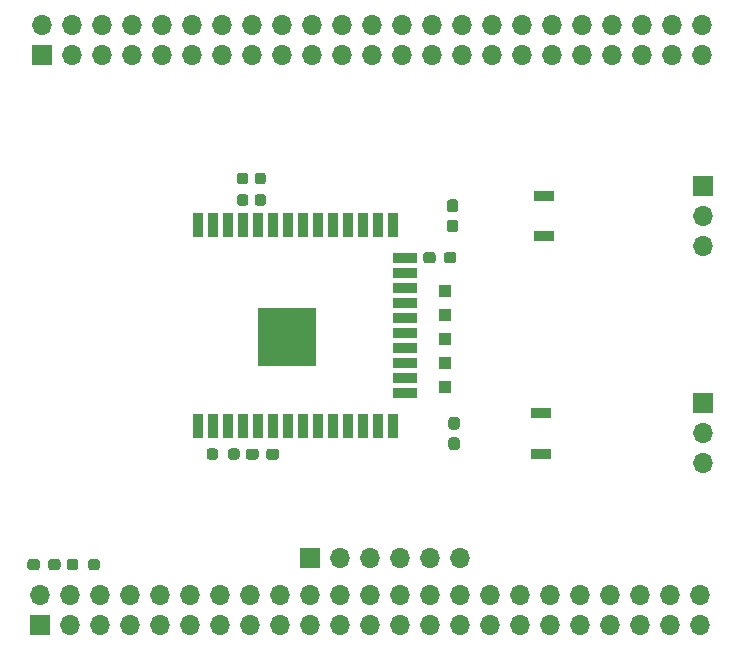
<source format=gbr>
%TF.GenerationSoftware,KiCad,Pcbnew,(5.1.12)-1*%
%TF.CreationDate,2023-08-18T20:52:49-06:00*%
%TF.ProjectId,X,582e6b69-6361-4645-9f70-636258585858,rev?*%
%TF.SameCoordinates,Original*%
%TF.FileFunction,Soldermask,Top*%
%TF.FilePolarity,Negative*%
%FSLAX46Y46*%
G04 Gerber Fmt 4.6, Leading zero omitted, Abs format (unit mm)*
G04 Created by KiCad (PCBNEW (5.1.12)-1) date 2023-08-18 20:52:49*
%MOMM*%
%LPD*%
G01*
G04 APERTURE LIST*
%ADD10R,1.000000X1.000000*%
%ADD11R,5.000000X5.000000*%
%ADD12R,0.900000X2.000000*%
%ADD13R,2.000000X0.900000*%
%ADD14O,1.700000X1.700000*%
%ADD15R,1.700000X1.700000*%
%ADD16R,1.700000X0.900000*%
G04 APERTURE END LIST*
D10*
%TO.C,TP5*%
X155448000Y-107950000D03*
%TD*%
%TO.C,TP4*%
X155448000Y-109982000D03*
%TD*%
%TO.C,TP3*%
X155448000Y-105918000D03*
%TD*%
%TO.C,TP2*%
X155448000Y-103886000D03*
%TD*%
%TO.C,TP1*%
X155448000Y-101854000D03*
%TD*%
D11*
%TO.C,U1*%
X142069200Y-105749600D03*
D12*
X134569200Y-113249600D03*
X135839200Y-113249600D03*
X137109200Y-113249600D03*
X138379200Y-113249600D03*
X139649200Y-113249600D03*
X140919200Y-113249600D03*
X142189200Y-113249600D03*
X143459200Y-113249600D03*
X144729200Y-113249600D03*
X145999200Y-113249600D03*
X147269200Y-113249600D03*
X148539200Y-113249600D03*
X149809200Y-113249600D03*
X151079200Y-113249600D03*
D13*
X152079200Y-110464600D03*
X152079200Y-109194600D03*
X152079200Y-107924600D03*
X152079200Y-106654600D03*
X152079200Y-105384600D03*
X152079200Y-104114600D03*
X152079200Y-102844600D03*
X152079200Y-101574600D03*
X152079200Y-100304600D03*
X152079200Y-99034600D03*
D12*
X151079200Y-96249600D03*
X149809200Y-96249600D03*
X148539200Y-96249600D03*
X147269200Y-96249600D03*
X145999200Y-96249600D03*
X144729200Y-96249600D03*
X143459200Y-96249600D03*
X142189200Y-96249600D03*
X140919200Y-96249600D03*
X139649200Y-96249600D03*
X138379200Y-96249600D03*
X137109200Y-96249600D03*
X135839200Y-96249600D03*
X134569200Y-96249600D03*
%TD*%
D14*
%TO.C,J3*%
X156692600Y-124460000D03*
X154152600Y-124460000D03*
X151612600Y-124460000D03*
X149072600Y-124460000D03*
X146532600Y-124460000D03*
D15*
X143992600Y-124460000D03*
%TD*%
D14*
%TO.C,J6*%
X121158000Y-127635000D03*
X146558000Y-130175000D03*
X151638000Y-127635000D03*
X136398000Y-130175000D03*
X154178000Y-130175000D03*
X156718000Y-130175000D03*
X159258000Y-127635000D03*
D15*
X121158000Y-130175000D03*
D14*
X138938000Y-130175000D03*
X166878000Y-130175000D03*
X166878000Y-127635000D03*
X169418000Y-130175000D03*
X169418000Y-127635000D03*
X171958000Y-127635000D03*
X171958000Y-130175000D03*
X174498000Y-130175000D03*
X133858000Y-127635000D03*
X149098000Y-130175000D03*
X164338000Y-127635000D03*
X174498000Y-127635000D03*
X177038000Y-130175000D03*
X177038000Y-127635000D03*
X138938000Y-127635000D03*
X141478000Y-130175000D03*
X126238000Y-127635000D03*
X133858000Y-130175000D03*
X123698000Y-127635000D03*
X128778000Y-130175000D03*
X131318000Y-130175000D03*
X131318000Y-127635000D03*
X144018000Y-127635000D03*
X146558000Y-127635000D03*
X149098000Y-127635000D03*
X154178000Y-127635000D03*
X126238000Y-130175000D03*
X156718000Y-127635000D03*
X141478000Y-127635000D03*
X151638000Y-130175000D03*
X123698000Y-130175000D03*
X136398000Y-127635000D03*
X128778000Y-127635000D03*
X144018000Y-130175000D03*
X159258000Y-130175000D03*
X161798000Y-127635000D03*
X164338000Y-130175000D03*
X161798000Y-130175000D03*
%TD*%
%TO.C,J2*%
X121285000Y-79375000D03*
X146685000Y-81915000D03*
X151765000Y-79375000D03*
X136525000Y-81915000D03*
X154305000Y-81915000D03*
X156845000Y-81915000D03*
X159385000Y-79375000D03*
D15*
X121285000Y-81915000D03*
D14*
X139065000Y-81915000D03*
X167005000Y-81915000D03*
X167005000Y-79375000D03*
X169545000Y-81915000D03*
X169545000Y-79375000D03*
X172085000Y-79375000D03*
X172085000Y-81915000D03*
X174625000Y-81915000D03*
X133985000Y-79375000D03*
X149225000Y-81915000D03*
X164465000Y-79375000D03*
X174625000Y-79375000D03*
X177165000Y-81915000D03*
X177165000Y-79375000D03*
X139065000Y-79375000D03*
X141605000Y-81915000D03*
X126365000Y-79375000D03*
X133985000Y-81915000D03*
X123825000Y-79375000D03*
X128905000Y-81915000D03*
X131445000Y-81915000D03*
X131445000Y-79375000D03*
X144145000Y-79375000D03*
X146685000Y-79375000D03*
X149225000Y-79375000D03*
X154305000Y-79375000D03*
X126365000Y-81915000D03*
X156845000Y-79375000D03*
X141605000Y-79375000D03*
X151765000Y-81915000D03*
X123825000Y-81915000D03*
X136525000Y-79375000D03*
X128905000Y-79375000D03*
X144145000Y-81915000D03*
X159385000Y-81915000D03*
X161925000Y-79375000D03*
X164465000Y-81915000D03*
X161925000Y-81915000D03*
%TD*%
%TO.C,C1*%
G36*
G01*
X156447500Y-115319000D02*
X155972500Y-115319000D01*
G75*
G02*
X155735000Y-115081500I0J237500D01*
G01*
X155735000Y-114481500D01*
G75*
G02*
X155972500Y-114244000I237500J0D01*
G01*
X156447500Y-114244000D01*
G75*
G02*
X156685000Y-114481500I0J-237500D01*
G01*
X156685000Y-115081500D01*
G75*
G02*
X156447500Y-115319000I-237500J0D01*
G01*
G37*
G36*
G01*
X156447500Y-113594000D02*
X155972500Y-113594000D01*
G75*
G02*
X155735000Y-113356500I0J237500D01*
G01*
X155735000Y-112756500D01*
G75*
G02*
X155972500Y-112519000I237500J0D01*
G01*
X156447500Y-112519000D01*
G75*
G02*
X156685000Y-112756500I0J-237500D01*
G01*
X156685000Y-113356500D01*
G75*
G02*
X156447500Y-113594000I-237500J0D01*
G01*
G37*
%TD*%
%TO.C,C2*%
G36*
G01*
X140304400Y-115909100D02*
X140304400Y-115434100D01*
G75*
G02*
X140541900Y-115196600I237500J0D01*
G01*
X141141900Y-115196600D01*
G75*
G02*
X141379400Y-115434100I0J-237500D01*
G01*
X141379400Y-115909100D01*
G75*
G02*
X141141900Y-116146600I-237500J0D01*
G01*
X140541900Y-116146600D01*
G75*
G02*
X140304400Y-115909100I0J237500D01*
G01*
G37*
G36*
G01*
X138579400Y-115909100D02*
X138579400Y-115434100D01*
G75*
G02*
X138816900Y-115196600I237500J0D01*
G01*
X139416900Y-115196600D01*
G75*
G02*
X139654400Y-115434100I0J-237500D01*
G01*
X139654400Y-115909100D01*
G75*
G02*
X139416900Y-116146600I-237500J0D01*
G01*
X138816900Y-116146600D01*
G75*
G02*
X138579400Y-115909100I0J237500D01*
G01*
G37*
%TD*%
%TO.C,C5*%
G36*
G01*
X156320500Y-96904000D02*
X155845500Y-96904000D01*
G75*
G02*
X155608000Y-96666500I0J237500D01*
G01*
X155608000Y-96066500D01*
G75*
G02*
X155845500Y-95829000I237500J0D01*
G01*
X156320500Y-95829000D01*
G75*
G02*
X156558000Y-96066500I0J-237500D01*
G01*
X156558000Y-96666500D01*
G75*
G02*
X156320500Y-96904000I-237500J0D01*
G01*
G37*
G36*
G01*
X156320500Y-95179000D02*
X155845500Y-95179000D01*
G75*
G02*
X155608000Y-94941500I0J237500D01*
G01*
X155608000Y-94341500D01*
G75*
G02*
X155845500Y-94104000I237500J0D01*
G01*
X156320500Y-94104000D01*
G75*
G02*
X156558000Y-94341500I0J-237500D01*
G01*
X156558000Y-94941500D01*
G75*
G02*
X156320500Y-95179000I-237500J0D01*
G01*
G37*
%TD*%
%TO.C,J4*%
X177292000Y-98044000D03*
X177292000Y-95504000D03*
D15*
X177292000Y-92964000D03*
%TD*%
%TO.C,J5*%
X177292000Y-111379000D03*
D14*
X177292000Y-113919000D03*
X177292000Y-116459000D03*
%TD*%
%TO.C,R1*%
G36*
G01*
X135252000Y-115901499D02*
X135252000Y-115426499D01*
G75*
G02*
X135489500Y-115188999I237500J0D01*
G01*
X135989500Y-115188999D01*
G75*
G02*
X136227000Y-115426499I0J-237500D01*
G01*
X136227000Y-115901499D01*
G75*
G02*
X135989500Y-116138999I-237500J0D01*
G01*
X135489500Y-116138999D01*
G75*
G02*
X135252000Y-115901499I0J237500D01*
G01*
G37*
G36*
G01*
X137077000Y-115901499D02*
X137077000Y-115426499D01*
G75*
G02*
X137314500Y-115188999I237500J0D01*
G01*
X137814500Y-115188999D01*
G75*
G02*
X138052000Y-115426499I0J-237500D01*
G01*
X138052000Y-115901499D01*
G75*
G02*
X137814500Y-116138999I-237500J0D01*
G01*
X137314500Y-116138999D01*
G75*
G02*
X137077000Y-115901499I0J237500D01*
G01*
G37*
%TD*%
%TO.C,R2*%
G36*
G01*
X138065500Y-91843400D02*
X138540500Y-91843400D01*
G75*
G02*
X138778000Y-92080900I0J-237500D01*
G01*
X138778000Y-92580900D01*
G75*
G02*
X138540500Y-92818400I-237500J0D01*
G01*
X138065500Y-92818400D01*
G75*
G02*
X137828000Y-92580900I0J237500D01*
G01*
X137828000Y-92080900D01*
G75*
G02*
X138065500Y-91843400I237500J0D01*
G01*
G37*
G36*
G01*
X138065500Y-93668400D02*
X138540500Y-93668400D01*
G75*
G02*
X138778000Y-93905900I0J-237500D01*
G01*
X138778000Y-94405900D01*
G75*
G02*
X138540500Y-94643400I-237500J0D01*
G01*
X138065500Y-94643400D01*
G75*
G02*
X137828000Y-94405900I0J237500D01*
G01*
X137828000Y-93905900D01*
G75*
G02*
X138065500Y-93668400I237500J0D01*
G01*
G37*
%TD*%
%TO.C,R3*%
G36*
G01*
X139564100Y-93668400D02*
X140039100Y-93668400D01*
G75*
G02*
X140276600Y-93905900I0J-237500D01*
G01*
X140276600Y-94405900D01*
G75*
G02*
X140039100Y-94643400I-237500J0D01*
G01*
X139564100Y-94643400D01*
G75*
G02*
X139326600Y-94405900I0J237500D01*
G01*
X139326600Y-93905900D01*
G75*
G02*
X139564100Y-93668400I237500J0D01*
G01*
G37*
G36*
G01*
X139564100Y-91843400D02*
X140039100Y-91843400D01*
G75*
G02*
X140276600Y-92080900I0J-237500D01*
G01*
X140276600Y-92580900D01*
G75*
G02*
X140039100Y-92818400I-237500J0D01*
G01*
X139564100Y-92818400D01*
G75*
G02*
X139326600Y-92580900I0J237500D01*
G01*
X139326600Y-92080900D01*
G75*
G02*
X139564100Y-91843400I237500J0D01*
G01*
G37*
%TD*%
D16*
%TO.C,SW1*%
X163576000Y-112219000D03*
X163576000Y-115619000D03*
%TD*%
%TO.C,SW2*%
X163830000Y-97204000D03*
X163830000Y-93804000D03*
%TD*%
%TO.C,D1*%
G36*
G01*
X120088200Y-125256300D02*
X120088200Y-124781300D01*
G75*
G02*
X120325700Y-124543800I237500J0D01*
G01*
X120900700Y-124543800D01*
G75*
G02*
X121138200Y-124781300I0J-237500D01*
G01*
X121138200Y-125256300D01*
G75*
G02*
X120900700Y-125493800I-237500J0D01*
G01*
X120325700Y-125493800D01*
G75*
G02*
X120088200Y-125256300I0J237500D01*
G01*
G37*
G36*
G01*
X121838200Y-125256300D02*
X121838200Y-124781300D01*
G75*
G02*
X122075700Y-124543800I237500J0D01*
G01*
X122650700Y-124543800D01*
G75*
G02*
X122888200Y-124781300I0J-237500D01*
G01*
X122888200Y-125256300D01*
G75*
G02*
X122650700Y-125493800I-237500J0D01*
G01*
X122075700Y-125493800D01*
G75*
G02*
X121838200Y-125256300I0J237500D01*
G01*
G37*
%TD*%
%TO.C,D2*%
G36*
G01*
X154640800Y-98797100D02*
X154640800Y-99272100D01*
G75*
G02*
X154403300Y-99509600I-237500J0D01*
G01*
X153828300Y-99509600D01*
G75*
G02*
X153590800Y-99272100I0J237500D01*
G01*
X153590800Y-98797100D01*
G75*
G02*
X153828300Y-98559600I237500J0D01*
G01*
X154403300Y-98559600D01*
G75*
G02*
X154640800Y-98797100I0J-237500D01*
G01*
G37*
G36*
G01*
X156390800Y-98797100D02*
X156390800Y-99272100D01*
G75*
G02*
X156153300Y-99509600I-237500J0D01*
G01*
X155578300Y-99509600D01*
G75*
G02*
X155340800Y-99272100I0J237500D01*
G01*
X155340800Y-98797100D01*
G75*
G02*
X155578300Y-98559600I237500J0D01*
G01*
X156153300Y-98559600D01*
G75*
G02*
X156390800Y-98797100I0J-237500D01*
G01*
G37*
%TD*%
%TO.C,R4*%
G36*
G01*
X126215600Y-124781300D02*
X126215600Y-125256300D01*
G75*
G02*
X125978100Y-125493800I-237500J0D01*
G01*
X125478100Y-125493800D01*
G75*
G02*
X125240600Y-125256300I0J237500D01*
G01*
X125240600Y-124781300D01*
G75*
G02*
X125478100Y-124543800I237500J0D01*
G01*
X125978100Y-124543800D01*
G75*
G02*
X126215600Y-124781300I0J-237500D01*
G01*
G37*
G36*
G01*
X124390600Y-124781300D02*
X124390600Y-125256300D01*
G75*
G02*
X124153100Y-125493800I-237500J0D01*
G01*
X123653100Y-125493800D01*
G75*
G02*
X123415600Y-125256300I0J237500D01*
G01*
X123415600Y-124781300D01*
G75*
G02*
X123653100Y-124543800I237500J0D01*
G01*
X124153100Y-124543800D01*
G75*
G02*
X124390600Y-124781300I0J-237500D01*
G01*
G37*
%TD*%
M02*

</source>
